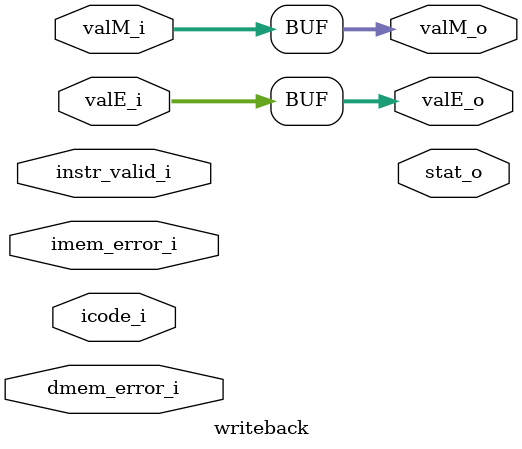
<source format=v>
module writeback(
    input wire [ 3:0]  icode_i,
    input wire [63:0]  valE_i,
    input wire [63:0]  valM_i,

    input wire  instr_valid_i,
    input wire  imem_error_i,
    input wire  dmem_error_i,

    output wire [63:0]  valE_o,
    output wire [63:0]  valM_o,

    output wire [ 3:0]  stat_o
);

assign valE_o = valE_i;     // ALU的输出
assign valM_o = valM_i;     // Mem的输出

endmodule

</source>
